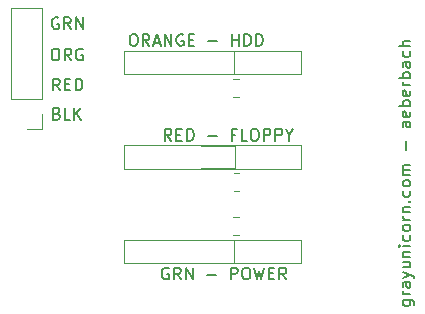
<source format=gbr>
%TF.GenerationSoftware,KiCad,Pcbnew,(5.1.10)-1*%
%TF.CreationDate,2021-08-06T17:07:10+10:00*%
%TF.ProjectId,A1200LED,41313230-304c-4454-942e-6b696361645f,rev?*%
%TF.SameCoordinates,Original*%
%TF.FileFunction,Legend,Top*%
%TF.FilePolarity,Positive*%
%FSLAX46Y46*%
G04 Gerber Fmt 4.6, Leading zero omitted, Abs format (unit mm)*
G04 Created by KiCad (PCBNEW (5.1.10)-1) date 2021-08-06 17:07:10*
%MOMM*%
%LPD*%
G01*
G04 APERTURE LIST*
%ADD10C,0.150000*%
%ADD11C,0.120000*%
G04 APERTURE END LIST*
D10*
X133592914Y-126104895D02*
X134402438Y-126104895D01*
X134497676Y-126152514D01*
X134545295Y-126200133D01*
X134592914Y-126295371D01*
X134592914Y-126438228D01*
X134545295Y-126533466D01*
X134211961Y-126104895D02*
X134259580Y-126200133D01*
X134259580Y-126390609D01*
X134211961Y-126485847D01*
X134164342Y-126533466D01*
X134069104Y-126581085D01*
X133783390Y-126581085D01*
X133688152Y-126533466D01*
X133640533Y-126485847D01*
X133592914Y-126390609D01*
X133592914Y-126200133D01*
X133640533Y-126104895D01*
X134259580Y-125628704D02*
X133592914Y-125628704D01*
X133783390Y-125628704D02*
X133688152Y-125581085D01*
X133640533Y-125533466D01*
X133592914Y-125438228D01*
X133592914Y-125342990D01*
X134259580Y-124581085D02*
X133735771Y-124581085D01*
X133640533Y-124628704D01*
X133592914Y-124723942D01*
X133592914Y-124914419D01*
X133640533Y-125009657D01*
X134211961Y-124581085D02*
X134259580Y-124676323D01*
X134259580Y-124914419D01*
X134211961Y-125009657D01*
X134116723Y-125057276D01*
X134021485Y-125057276D01*
X133926247Y-125009657D01*
X133878628Y-124914419D01*
X133878628Y-124676323D01*
X133831009Y-124581085D01*
X133592914Y-124200133D02*
X134259580Y-123962038D01*
X133592914Y-123723942D02*
X134259580Y-123962038D01*
X134497676Y-124057276D01*
X134545295Y-124104895D01*
X134592914Y-124200133D01*
X133592914Y-122914419D02*
X134259580Y-122914419D01*
X133592914Y-123342990D02*
X134116723Y-123342990D01*
X134211961Y-123295371D01*
X134259580Y-123200133D01*
X134259580Y-123057276D01*
X134211961Y-122962038D01*
X134164342Y-122914419D01*
X133592914Y-122438228D02*
X134259580Y-122438228D01*
X133688152Y-122438228D02*
X133640533Y-122390609D01*
X133592914Y-122295371D01*
X133592914Y-122152514D01*
X133640533Y-122057276D01*
X133735771Y-122009657D01*
X134259580Y-122009657D01*
X134259580Y-121533466D02*
X133592914Y-121533466D01*
X133259580Y-121533466D02*
X133307200Y-121581085D01*
X133354819Y-121533466D01*
X133307200Y-121485847D01*
X133259580Y-121533466D01*
X133354819Y-121533466D01*
X134211961Y-120628704D02*
X134259580Y-120723942D01*
X134259580Y-120914419D01*
X134211961Y-121009657D01*
X134164342Y-121057276D01*
X134069104Y-121104895D01*
X133783390Y-121104895D01*
X133688152Y-121057276D01*
X133640533Y-121009657D01*
X133592914Y-120914419D01*
X133592914Y-120723942D01*
X133640533Y-120628704D01*
X134259580Y-120057276D02*
X134211961Y-120152514D01*
X134164342Y-120200133D01*
X134069104Y-120247752D01*
X133783390Y-120247752D01*
X133688152Y-120200133D01*
X133640533Y-120152514D01*
X133592914Y-120057276D01*
X133592914Y-119914419D01*
X133640533Y-119819180D01*
X133688152Y-119771561D01*
X133783390Y-119723942D01*
X134069104Y-119723942D01*
X134164342Y-119771561D01*
X134211961Y-119819180D01*
X134259580Y-119914419D01*
X134259580Y-120057276D01*
X134259580Y-119295371D02*
X133592914Y-119295371D01*
X133783390Y-119295371D02*
X133688152Y-119247752D01*
X133640533Y-119200133D01*
X133592914Y-119104895D01*
X133592914Y-119009657D01*
X133592914Y-118676323D02*
X134259580Y-118676323D01*
X133688152Y-118676323D02*
X133640533Y-118628704D01*
X133592914Y-118533466D01*
X133592914Y-118390609D01*
X133640533Y-118295371D01*
X133735771Y-118247752D01*
X134259580Y-118247752D01*
X134164342Y-117771561D02*
X134211961Y-117723942D01*
X134259580Y-117771561D01*
X134211961Y-117819180D01*
X134164342Y-117771561D01*
X134259580Y-117771561D01*
X134211961Y-116866800D02*
X134259580Y-116962038D01*
X134259580Y-117152514D01*
X134211961Y-117247752D01*
X134164342Y-117295371D01*
X134069104Y-117342990D01*
X133783390Y-117342990D01*
X133688152Y-117295371D01*
X133640533Y-117247752D01*
X133592914Y-117152514D01*
X133592914Y-116962038D01*
X133640533Y-116866800D01*
X134259580Y-116295371D02*
X134211961Y-116390609D01*
X134164342Y-116438228D01*
X134069104Y-116485847D01*
X133783390Y-116485847D01*
X133688152Y-116438228D01*
X133640533Y-116390609D01*
X133592914Y-116295371D01*
X133592914Y-116152514D01*
X133640533Y-116057276D01*
X133688152Y-116009657D01*
X133783390Y-115962038D01*
X134069104Y-115962038D01*
X134164342Y-116009657D01*
X134211961Y-116057276D01*
X134259580Y-116152514D01*
X134259580Y-116295371D01*
X134259580Y-115533466D02*
X133592914Y-115533466D01*
X133688152Y-115533466D02*
X133640533Y-115485847D01*
X133592914Y-115390609D01*
X133592914Y-115247752D01*
X133640533Y-115152514D01*
X133735771Y-115104895D01*
X134259580Y-115104895D01*
X133735771Y-115104895D02*
X133640533Y-115057276D01*
X133592914Y-114962038D01*
X133592914Y-114819180D01*
X133640533Y-114723942D01*
X133735771Y-114676323D01*
X134259580Y-114676323D01*
X133878628Y-113438228D02*
X133878628Y-112676323D01*
X134259580Y-111009657D02*
X133735771Y-111009657D01*
X133640533Y-111057276D01*
X133592914Y-111152514D01*
X133592914Y-111342990D01*
X133640533Y-111438228D01*
X134211961Y-111009657D02*
X134259580Y-111104895D01*
X134259580Y-111342990D01*
X134211961Y-111438228D01*
X134116723Y-111485847D01*
X134021485Y-111485847D01*
X133926247Y-111438228D01*
X133878628Y-111342990D01*
X133878628Y-111104895D01*
X133831009Y-111009657D01*
X134211961Y-110152514D02*
X134259580Y-110247752D01*
X134259580Y-110438228D01*
X134211961Y-110533466D01*
X134116723Y-110581085D01*
X133735771Y-110581085D01*
X133640533Y-110533466D01*
X133592914Y-110438228D01*
X133592914Y-110247752D01*
X133640533Y-110152514D01*
X133735771Y-110104895D01*
X133831009Y-110104895D01*
X133926247Y-110581085D01*
X134259580Y-109676323D02*
X133259580Y-109676323D01*
X133640533Y-109676323D02*
X133592914Y-109581085D01*
X133592914Y-109390609D01*
X133640533Y-109295371D01*
X133688152Y-109247752D01*
X133783390Y-109200133D01*
X134069104Y-109200133D01*
X134164342Y-109247752D01*
X134211961Y-109295371D01*
X134259580Y-109390609D01*
X134259580Y-109581085D01*
X134211961Y-109676323D01*
X134211961Y-108390609D02*
X134259580Y-108485847D01*
X134259580Y-108676323D01*
X134211961Y-108771561D01*
X134116723Y-108819180D01*
X133735771Y-108819180D01*
X133640533Y-108771561D01*
X133592914Y-108676323D01*
X133592914Y-108485847D01*
X133640533Y-108390609D01*
X133735771Y-108342990D01*
X133831009Y-108342990D01*
X133926247Y-108819180D01*
X134259580Y-107914419D02*
X133592914Y-107914419D01*
X133783390Y-107914419D02*
X133688152Y-107866800D01*
X133640533Y-107819180D01*
X133592914Y-107723942D01*
X133592914Y-107628704D01*
X134259580Y-107295371D02*
X133259580Y-107295371D01*
X133640533Y-107295371D02*
X133592914Y-107200133D01*
X133592914Y-107009657D01*
X133640533Y-106914419D01*
X133688152Y-106866800D01*
X133783390Y-106819180D01*
X134069104Y-106819180D01*
X134164342Y-106866800D01*
X134211961Y-106914419D01*
X134259580Y-107009657D01*
X134259580Y-107200133D01*
X134211961Y-107295371D01*
X134259580Y-105962038D02*
X133735771Y-105962038D01*
X133640533Y-106009657D01*
X133592914Y-106104895D01*
X133592914Y-106295371D01*
X133640533Y-106390609D01*
X134211961Y-105962038D02*
X134259580Y-106057276D01*
X134259580Y-106295371D01*
X134211961Y-106390609D01*
X134116723Y-106438228D01*
X134021485Y-106438228D01*
X133926247Y-106390609D01*
X133878628Y-106295371D01*
X133878628Y-106057276D01*
X133831009Y-105962038D01*
X134211961Y-105057276D02*
X134259580Y-105152514D01*
X134259580Y-105342990D01*
X134211961Y-105438228D01*
X134164342Y-105485847D01*
X134069104Y-105533466D01*
X133783390Y-105533466D01*
X133688152Y-105485847D01*
X133640533Y-105438228D01*
X133592914Y-105342990D01*
X133592914Y-105152514D01*
X133640533Y-105057276D01*
X134259580Y-104628704D02*
X133259580Y-104628704D01*
X134259580Y-104200133D02*
X133735771Y-104200133D01*
X133640533Y-104247752D01*
X133592914Y-104342990D01*
X133592914Y-104485847D01*
X133640533Y-104581085D01*
X133688152Y-104628704D01*
X104322666Y-110316971D02*
X104465523Y-110364590D01*
X104513142Y-110412209D01*
X104560761Y-110507447D01*
X104560761Y-110650304D01*
X104513142Y-110745542D01*
X104465523Y-110793161D01*
X104370285Y-110840780D01*
X103989333Y-110840780D01*
X103989333Y-109840780D01*
X104322666Y-109840780D01*
X104417904Y-109888400D01*
X104465523Y-109936019D01*
X104513142Y-110031257D01*
X104513142Y-110126495D01*
X104465523Y-110221733D01*
X104417904Y-110269352D01*
X104322666Y-110316971D01*
X103989333Y-110316971D01*
X105465523Y-110840780D02*
X104989333Y-110840780D01*
X104989333Y-109840780D01*
X105798857Y-110840780D02*
X105798857Y-109840780D01*
X106370285Y-110840780D02*
X105941714Y-110269352D01*
X106370285Y-109840780D02*
X105798857Y-110412209D01*
X104563942Y-108351580D02*
X104230609Y-107875390D01*
X103992514Y-108351580D02*
X103992514Y-107351580D01*
X104373466Y-107351580D01*
X104468704Y-107399200D01*
X104516323Y-107446819D01*
X104563942Y-107542057D01*
X104563942Y-107684914D01*
X104516323Y-107780152D01*
X104468704Y-107827771D01*
X104373466Y-107875390D01*
X103992514Y-107875390D01*
X104992514Y-107827771D02*
X105325847Y-107827771D01*
X105468704Y-108351580D02*
X104992514Y-108351580D01*
X104992514Y-107351580D01*
X105468704Y-107351580D01*
X105897276Y-108351580D02*
X105897276Y-107351580D01*
X106135371Y-107351580D01*
X106278228Y-107399200D01*
X106373466Y-107494438D01*
X106421085Y-107589676D01*
X106468704Y-107780152D01*
X106468704Y-107923009D01*
X106421085Y-108113485D01*
X106373466Y-108208723D01*
X106278228Y-108303961D01*
X106135371Y-108351580D01*
X105897276Y-108351580D01*
X104111561Y-104811580D02*
X104302038Y-104811580D01*
X104397276Y-104859200D01*
X104492514Y-104954438D01*
X104540133Y-105144914D01*
X104540133Y-105478247D01*
X104492514Y-105668723D01*
X104397276Y-105763961D01*
X104302038Y-105811580D01*
X104111561Y-105811580D01*
X104016323Y-105763961D01*
X103921085Y-105668723D01*
X103873466Y-105478247D01*
X103873466Y-105144914D01*
X103921085Y-104954438D01*
X104016323Y-104859200D01*
X104111561Y-104811580D01*
X105540133Y-105811580D02*
X105206800Y-105335390D01*
X104968704Y-105811580D02*
X104968704Y-104811580D01*
X105349657Y-104811580D01*
X105444895Y-104859200D01*
X105492514Y-104906819D01*
X105540133Y-105002057D01*
X105540133Y-105144914D01*
X105492514Y-105240152D01*
X105444895Y-105287771D01*
X105349657Y-105335390D01*
X104968704Y-105335390D01*
X106492514Y-104859200D02*
X106397276Y-104811580D01*
X106254419Y-104811580D01*
X106111561Y-104859200D01*
X106016323Y-104954438D01*
X105968704Y-105049676D01*
X105921085Y-105240152D01*
X105921085Y-105383009D01*
X105968704Y-105573485D01*
X106016323Y-105668723D01*
X106111561Y-105763961D01*
X106254419Y-105811580D01*
X106349657Y-105811580D01*
X106492514Y-105763961D01*
X106540133Y-105716342D01*
X106540133Y-105383009D01*
X106349657Y-105383009D01*
X104444895Y-102217600D02*
X104349657Y-102169980D01*
X104206800Y-102169980D01*
X104063942Y-102217600D01*
X103968704Y-102312838D01*
X103921085Y-102408076D01*
X103873466Y-102598552D01*
X103873466Y-102741409D01*
X103921085Y-102931885D01*
X103968704Y-103027123D01*
X104063942Y-103122361D01*
X104206800Y-103169980D01*
X104302038Y-103169980D01*
X104444895Y-103122361D01*
X104492514Y-103074742D01*
X104492514Y-102741409D01*
X104302038Y-102741409D01*
X105492514Y-103169980D02*
X105159180Y-102693790D01*
X104921085Y-103169980D02*
X104921085Y-102169980D01*
X105302038Y-102169980D01*
X105397276Y-102217600D01*
X105444895Y-102265219D01*
X105492514Y-102360457D01*
X105492514Y-102503314D01*
X105444895Y-102598552D01*
X105397276Y-102646171D01*
X105302038Y-102693790D01*
X104921085Y-102693790D01*
X105921085Y-103169980D02*
X105921085Y-102169980D01*
X106492514Y-103169980D01*
X106492514Y-102169980D01*
D11*
X125000000Y-105000000D02*
X125000000Y-107000000D01*
X125000000Y-115000000D02*
X125000000Y-113000000D01*
X125000000Y-121000000D02*
X125000000Y-123000000D01*
X110000000Y-121000000D02*
X110000000Y-123000000D01*
X110000000Y-113000000D02*
X110000000Y-115000000D01*
X110000000Y-105000000D02*
X110000000Y-107000000D01*
X110000000Y-105000000D02*
X125000000Y-105000000D01*
X110000000Y-107000000D02*
X125000000Y-107000000D01*
X110000000Y-123000000D02*
X125000000Y-123000000D01*
X110000000Y-121000000D02*
X125000000Y-121000000D01*
X110000000Y-115000000D02*
X125000000Y-115000000D01*
X110000000Y-113000000D02*
X125000000Y-113000000D01*
%TO.C,J1*%
X103082400Y-101387600D02*
X100422400Y-101387600D01*
X103082400Y-109067600D02*
X103082400Y-101387600D01*
X100422400Y-109067600D02*
X100422400Y-101387600D01*
X103082400Y-109067600D02*
X100422400Y-109067600D01*
X103082400Y-110337600D02*
X103082400Y-111667600D01*
X103082400Y-111667600D02*
X101752400Y-111667600D01*
%TO.C,R3*%
X119708664Y-107418200D02*
X119254536Y-107418200D01*
X119708664Y-108888200D02*
X119254536Y-108888200D01*
%TO.C,R2*%
X119759464Y-115393800D02*
X119305336Y-115393800D01*
X119759464Y-116863800D02*
X119305336Y-116863800D01*
%TO.C,R1*%
X119708664Y-119102200D02*
X119254536Y-119102200D01*
X119708664Y-120572200D02*
X119254536Y-120572200D01*
%TO.C,D3*%
X119309600Y-105008800D02*
X116449600Y-105008800D01*
X119309600Y-106928800D02*
X119309600Y-105008800D01*
X116449600Y-106928800D02*
X119309600Y-106928800D01*
%TO.C,D2*%
X119360400Y-113035200D02*
X116500400Y-113035200D01*
X119360400Y-114955200D02*
X119360400Y-113035200D01*
X116500400Y-114955200D02*
X119360400Y-114955200D01*
%TO.C,D1*%
X119309600Y-121061600D02*
X116449600Y-121061600D01*
X119309600Y-122981600D02*
X119309600Y-121061600D01*
X116449600Y-122981600D02*
X119309600Y-122981600D01*
%TO.C,D3*%
D10*
X110724038Y-103592380D02*
X110914514Y-103592380D01*
X111009752Y-103640000D01*
X111104990Y-103735238D01*
X111152609Y-103925714D01*
X111152609Y-104259047D01*
X111104990Y-104449523D01*
X111009752Y-104544761D01*
X110914514Y-104592380D01*
X110724038Y-104592380D01*
X110628800Y-104544761D01*
X110533561Y-104449523D01*
X110485942Y-104259047D01*
X110485942Y-103925714D01*
X110533561Y-103735238D01*
X110628800Y-103640000D01*
X110724038Y-103592380D01*
X112152609Y-104592380D02*
X111819276Y-104116190D01*
X111581180Y-104592380D02*
X111581180Y-103592380D01*
X111962133Y-103592380D01*
X112057371Y-103640000D01*
X112104990Y-103687619D01*
X112152609Y-103782857D01*
X112152609Y-103925714D01*
X112104990Y-104020952D01*
X112057371Y-104068571D01*
X111962133Y-104116190D01*
X111581180Y-104116190D01*
X112533561Y-104306666D02*
X113009752Y-104306666D01*
X112438323Y-104592380D02*
X112771657Y-103592380D01*
X113104990Y-104592380D01*
X113438323Y-104592380D02*
X113438323Y-103592380D01*
X114009752Y-104592380D01*
X114009752Y-103592380D01*
X115009752Y-103640000D02*
X114914514Y-103592380D01*
X114771657Y-103592380D01*
X114628800Y-103640000D01*
X114533561Y-103735238D01*
X114485942Y-103830476D01*
X114438323Y-104020952D01*
X114438323Y-104163809D01*
X114485942Y-104354285D01*
X114533561Y-104449523D01*
X114628800Y-104544761D01*
X114771657Y-104592380D01*
X114866895Y-104592380D01*
X115009752Y-104544761D01*
X115057371Y-104497142D01*
X115057371Y-104163809D01*
X114866895Y-104163809D01*
X115485942Y-104068571D02*
X115819276Y-104068571D01*
X115962133Y-104592380D02*
X115485942Y-104592380D01*
X115485942Y-103592380D01*
X115962133Y-103592380D01*
X117152609Y-104211428D02*
X117914514Y-104211428D01*
X119152609Y-104592380D02*
X119152609Y-103592380D01*
X119152609Y-104068571D02*
X119724038Y-104068571D01*
X119724038Y-104592380D02*
X119724038Y-103592380D01*
X120200228Y-104592380D02*
X120200228Y-103592380D01*
X120438323Y-103592380D01*
X120581180Y-103640000D01*
X120676419Y-103735238D01*
X120724038Y-103830476D01*
X120771657Y-104020952D01*
X120771657Y-104163809D01*
X120724038Y-104354285D01*
X120676419Y-104449523D01*
X120581180Y-104544761D01*
X120438323Y-104592380D01*
X120200228Y-104592380D01*
X121200228Y-104592380D02*
X121200228Y-103592380D01*
X121438323Y-103592380D01*
X121581180Y-103640000D01*
X121676419Y-103735238D01*
X121724038Y-103830476D01*
X121771657Y-104020952D01*
X121771657Y-104163809D01*
X121724038Y-104354285D01*
X121676419Y-104449523D01*
X121581180Y-104544761D01*
X121438323Y-104592380D01*
X121200228Y-104592380D01*
%TO.C,D2*%
X114011676Y-112618780D02*
X113678342Y-112142590D01*
X113440247Y-112618780D02*
X113440247Y-111618780D01*
X113821200Y-111618780D01*
X113916438Y-111666400D01*
X113964057Y-111714019D01*
X114011676Y-111809257D01*
X114011676Y-111952114D01*
X113964057Y-112047352D01*
X113916438Y-112094971D01*
X113821200Y-112142590D01*
X113440247Y-112142590D01*
X114440247Y-112094971D02*
X114773580Y-112094971D01*
X114916438Y-112618780D02*
X114440247Y-112618780D01*
X114440247Y-111618780D01*
X114916438Y-111618780D01*
X115345009Y-112618780D02*
X115345009Y-111618780D01*
X115583104Y-111618780D01*
X115725961Y-111666400D01*
X115821200Y-111761638D01*
X115868819Y-111856876D01*
X115916438Y-112047352D01*
X115916438Y-112190209D01*
X115868819Y-112380685D01*
X115821200Y-112475923D01*
X115725961Y-112571161D01*
X115583104Y-112618780D01*
X115345009Y-112618780D01*
X117106914Y-112237828D02*
X117868819Y-112237828D01*
X119440247Y-112094971D02*
X119106914Y-112094971D01*
X119106914Y-112618780D02*
X119106914Y-111618780D01*
X119583104Y-111618780D01*
X120440247Y-112618780D02*
X119964057Y-112618780D01*
X119964057Y-111618780D01*
X120964057Y-111618780D02*
X121154533Y-111618780D01*
X121249771Y-111666400D01*
X121345009Y-111761638D01*
X121392628Y-111952114D01*
X121392628Y-112285447D01*
X121345009Y-112475923D01*
X121249771Y-112571161D01*
X121154533Y-112618780D01*
X120964057Y-112618780D01*
X120868819Y-112571161D01*
X120773580Y-112475923D01*
X120725961Y-112285447D01*
X120725961Y-111952114D01*
X120773580Y-111761638D01*
X120868819Y-111666400D01*
X120964057Y-111618780D01*
X121821200Y-112618780D02*
X121821200Y-111618780D01*
X122202152Y-111618780D01*
X122297390Y-111666400D01*
X122345009Y-111714019D01*
X122392628Y-111809257D01*
X122392628Y-111952114D01*
X122345009Y-112047352D01*
X122297390Y-112094971D01*
X122202152Y-112142590D01*
X121821200Y-112142590D01*
X122821200Y-112618780D02*
X122821200Y-111618780D01*
X123202152Y-111618780D01*
X123297390Y-111666400D01*
X123345009Y-111714019D01*
X123392628Y-111809257D01*
X123392628Y-111952114D01*
X123345009Y-112047352D01*
X123297390Y-112094971D01*
X123202152Y-112142590D01*
X122821200Y-112142590D01*
X124011676Y-112142590D02*
X124011676Y-112618780D01*
X123678342Y-111618780D02*
X124011676Y-112142590D01*
X124345009Y-111618780D01*
%TO.C,D1*%
X113775123Y-123401200D02*
X113679885Y-123353580D01*
X113537028Y-123353580D01*
X113394171Y-123401200D01*
X113298933Y-123496438D01*
X113251314Y-123591676D01*
X113203695Y-123782152D01*
X113203695Y-123925009D01*
X113251314Y-124115485D01*
X113298933Y-124210723D01*
X113394171Y-124305961D01*
X113537028Y-124353580D01*
X113632266Y-124353580D01*
X113775123Y-124305961D01*
X113822742Y-124258342D01*
X113822742Y-123925009D01*
X113632266Y-123925009D01*
X114822742Y-124353580D02*
X114489409Y-123877390D01*
X114251314Y-124353580D02*
X114251314Y-123353580D01*
X114632266Y-123353580D01*
X114727504Y-123401200D01*
X114775123Y-123448819D01*
X114822742Y-123544057D01*
X114822742Y-123686914D01*
X114775123Y-123782152D01*
X114727504Y-123829771D01*
X114632266Y-123877390D01*
X114251314Y-123877390D01*
X115251314Y-124353580D02*
X115251314Y-123353580D01*
X115822742Y-124353580D01*
X115822742Y-123353580D01*
X117060838Y-123972628D02*
X117822742Y-123972628D01*
X119060838Y-124353580D02*
X119060838Y-123353580D01*
X119441790Y-123353580D01*
X119537028Y-123401200D01*
X119584647Y-123448819D01*
X119632266Y-123544057D01*
X119632266Y-123686914D01*
X119584647Y-123782152D01*
X119537028Y-123829771D01*
X119441790Y-123877390D01*
X119060838Y-123877390D01*
X120251314Y-123353580D02*
X120441790Y-123353580D01*
X120537028Y-123401200D01*
X120632266Y-123496438D01*
X120679885Y-123686914D01*
X120679885Y-124020247D01*
X120632266Y-124210723D01*
X120537028Y-124305961D01*
X120441790Y-124353580D01*
X120251314Y-124353580D01*
X120156076Y-124305961D01*
X120060838Y-124210723D01*
X120013219Y-124020247D01*
X120013219Y-123686914D01*
X120060838Y-123496438D01*
X120156076Y-123401200D01*
X120251314Y-123353580D01*
X121013219Y-123353580D02*
X121251314Y-124353580D01*
X121441790Y-123639295D01*
X121632266Y-124353580D01*
X121870361Y-123353580D01*
X122251314Y-123829771D02*
X122584647Y-123829771D01*
X122727504Y-124353580D02*
X122251314Y-124353580D01*
X122251314Y-123353580D01*
X122727504Y-123353580D01*
X123727504Y-124353580D02*
X123394171Y-123877390D01*
X123156076Y-124353580D02*
X123156076Y-123353580D01*
X123537028Y-123353580D01*
X123632266Y-123401200D01*
X123679885Y-123448819D01*
X123727504Y-123544057D01*
X123727504Y-123686914D01*
X123679885Y-123782152D01*
X123632266Y-123829771D01*
X123537028Y-123877390D01*
X123156076Y-123877390D01*
%TD*%
M02*

</source>
